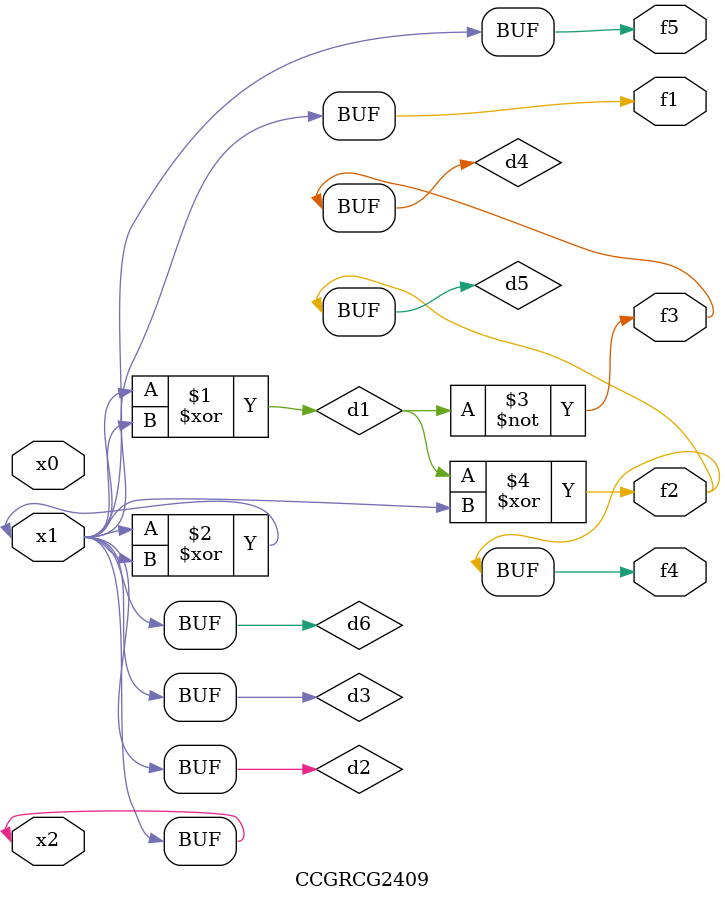
<source format=v>
module CCGRCG2409(
	input x0, x1, x2,
	output f1, f2, f3, f4, f5
);

	wire d1, d2, d3, d4, d5, d6;

	xor (d1, x1, x2);
	buf (d2, x1, x2);
	xor (d3, x1, x2);
	nor (d4, d1);
	xor (d5, d1, d2);
	buf (d6, d2, d3);
	assign f1 = d6;
	assign f2 = d5;
	assign f3 = d4;
	assign f4 = d5;
	assign f5 = d6;
endmodule

</source>
